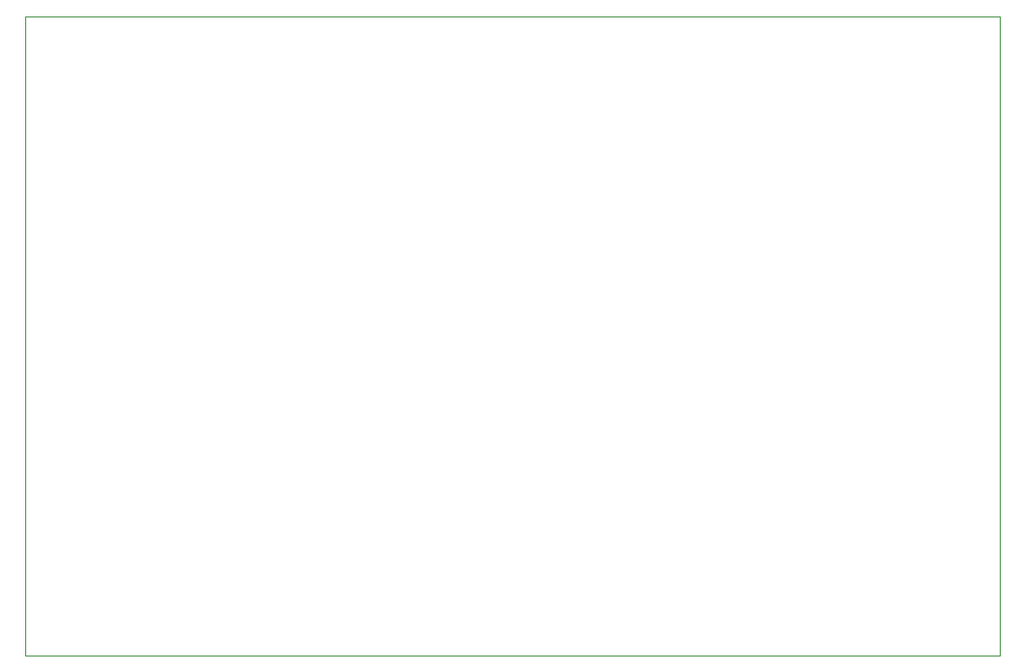
<source format=gm1>
G04 #@! TF.GenerationSoftware,KiCad,Pcbnew,6.0.7-1.fc36*
G04 #@! TF.CreationDate,2022-09-04T22:09:24+02:00*
G04 #@! TF.ProjectId,Project,50726f6a-6563-4742-9e6b-696361645f70,rev?*
G04 #@! TF.SameCoordinates,Original*
G04 #@! TF.FileFunction,Profile,NP*
%FSLAX46Y46*%
G04 Gerber Fmt 4.6, Leading zero omitted, Abs format (unit mm)*
G04 Created by KiCad (PCBNEW 6.0.7-1.fc36) date 2022-09-04 22:09:24*
%MOMM*%
%LPD*%
G01*
G04 APERTURE LIST*
G04 #@! TA.AperFunction,Profile*
%ADD10C,0.100000*%
G04 #@! TD*
G04 APERTURE END LIST*
D10*
X34290000Y-138430000D02*
X34290000Y-82550000D01*
X119380000Y-82550000D02*
X119380000Y-138430000D01*
X34290000Y-82550000D02*
X119380000Y-82550000D01*
X119380000Y-138430000D02*
X34290000Y-138430000D01*
M02*

</source>
